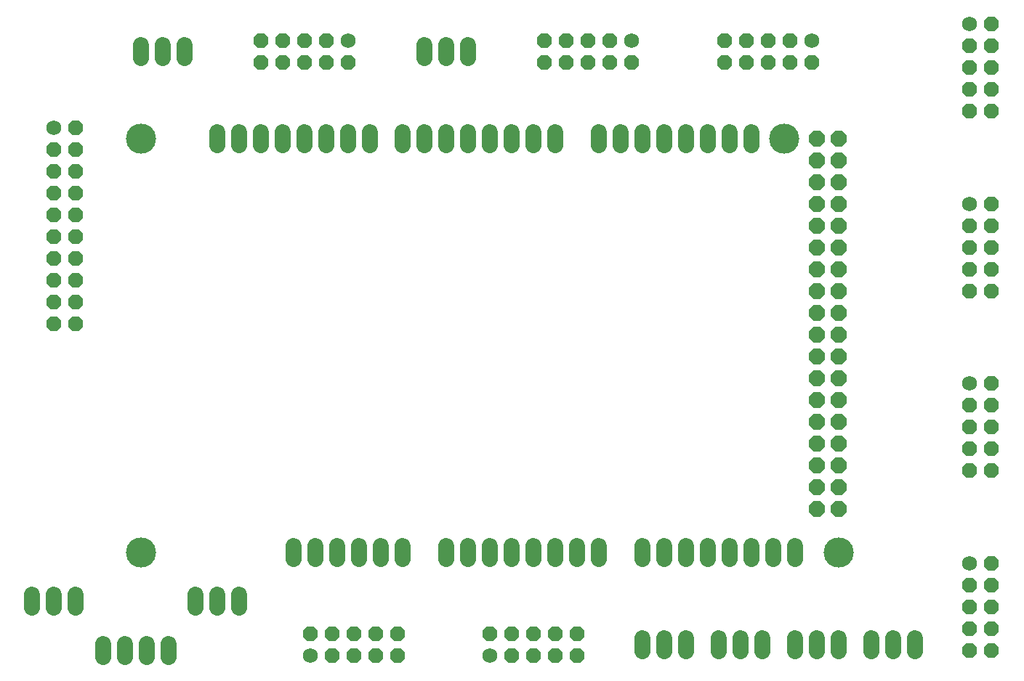
<source format=gbs>
G75*
G70*
%OFA0B0*%
%FSLAX24Y24*%
%IPPOS*%
%LPD*%
%AMOC8*
5,1,8,0,0,1.08239X$1,22.5*
%
%ADD10C,0.1380*%
%ADD11C,0.0720*%
%ADD12OC8,0.0720*%
%ADD13C,0.0680*%
%ADD14OC8,0.0680*%
D10*
X007284Y008038D03*
X007284Y027038D03*
X036784Y027038D03*
X039284Y008038D03*
D11*
X005534Y003838D02*
X005534Y003238D01*
X006534Y003238D02*
X006534Y003838D01*
X007534Y003838D02*
X007534Y003238D01*
X008534Y003238D02*
X008534Y003838D01*
X009784Y005488D02*
X009784Y006088D01*
X010784Y006088D02*
X010784Y005488D01*
X011784Y005488D02*
X011784Y006088D01*
X014284Y007738D02*
X014284Y008338D01*
X015284Y008338D02*
X015284Y007738D01*
X016284Y007738D02*
X016284Y008338D01*
X017284Y008338D02*
X017284Y007738D01*
X018284Y007738D02*
X018284Y008338D01*
X019284Y008338D02*
X019284Y007738D01*
X021284Y007738D02*
X021284Y008338D01*
X022284Y008338D02*
X022284Y007738D01*
X023284Y007738D02*
X023284Y008338D01*
X024284Y008338D02*
X024284Y007738D01*
X025284Y007738D02*
X025284Y008338D01*
X026284Y008338D02*
X026284Y007738D01*
X027284Y007738D02*
X027284Y008338D01*
X028284Y008338D02*
X028284Y007738D01*
X030284Y007738D02*
X030284Y008338D01*
X031284Y008338D02*
X031284Y007738D01*
X032284Y007738D02*
X032284Y008338D01*
X033284Y008338D02*
X033284Y007738D01*
X034284Y007738D02*
X034284Y008338D01*
X035284Y008338D02*
X035284Y007738D01*
X036284Y007738D02*
X036284Y008338D01*
X037284Y008338D02*
X037284Y007738D01*
X037284Y004088D02*
X037284Y003488D01*
X038284Y003488D02*
X038284Y004088D01*
X039284Y004088D02*
X039284Y003488D01*
X040784Y003488D02*
X040784Y004088D01*
X041784Y004088D02*
X041784Y003488D01*
X042784Y003488D02*
X042784Y004088D01*
X035784Y004088D02*
X035784Y003488D01*
X034784Y003488D02*
X034784Y004088D01*
X033784Y004088D02*
X033784Y003488D01*
X032284Y003488D02*
X032284Y004088D01*
X031284Y004088D02*
X031284Y003488D01*
X030284Y003488D02*
X030284Y004088D01*
X004284Y005488D02*
X004284Y006088D01*
X003284Y006088D02*
X003284Y005488D01*
X002284Y005488D02*
X002284Y006088D01*
X010784Y026738D02*
X010784Y027338D01*
X011784Y027338D02*
X011784Y026738D01*
X012784Y026738D02*
X012784Y027338D01*
X013784Y027338D02*
X013784Y026738D01*
X014784Y026738D02*
X014784Y027338D01*
X015784Y027338D02*
X015784Y026738D01*
X016784Y026738D02*
X016784Y027338D01*
X017784Y027338D02*
X017784Y026738D01*
X019284Y026738D02*
X019284Y027338D01*
X020284Y027338D02*
X020284Y026738D01*
X021284Y026738D02*
X021284Y027338D01*
X022284Y027338D02*
X022284Y026738D01*
X023284Y026738D02*
X023284Y027338D01*
X024284Y027338D02*
X024284Y026738D01*
X025284Y026738D02*
X025284Y027338D01*
X026284Y027338D02*
X026284Y026738D01*
X028284Y026738D02*
X028284Y027338D01*
X029284Y027338D02*
X029284Y026738D01*
X030284Y026738D02*
X030284Y027338D01*
X031284Y027338D02*
X031284Y026738D01*
X032284Y026738D02*
X032284Y027338D01*
X033284Y027338D02*
X033284Y026738D01*
X034284Y026738D02*
X034284Y027338D01*
X035284Y027338D02*
X035284Y026738D01*
X022284Y030738D02*
X022284Y031338D01*
X021284Y031338D02*
X021284Y030738D01*
X020284Y030738D02*
X020284Y031338D01*
X009284Y031338D02*
X009284Y030738D01*
X008284Y030738D02*
X008284Y031338D01*
X007284Y031338D02*
X007284Y030738D01*
D12*
X038284Y027038D03*
X039284Y027038D03*
X039284Y026038D03*
X038284Y026038D03*
X038284Y025038D03*
X038284Y024038D03*
X039284Y024038D03*
X039284Y025038D03*
X039284Y023038D03*
X038284Y023038D03*
X038284Y022038D03*
X039284Y022038D03*
X039284Y021038D03*
X038284Y021038D03*
X038284Y020038D03*
X039284Y020038D03*
X039284Y019038D03*
X038284Y019038D03*
X038284Y018038D03*
X039284Y018038D03*
X039284Y017038D03*
X038284Y017038D03*
X038284Y016038D03*
X039284Y016038D03*
X039284Y015038D03*
X038284Y015038D03*
X038284Y014038D03*
X039284Y014038D03*
X039284Y013038D03*
X038284Y013038D03*
X038284Y012038D03*
X039284Y012038D03*
X039284Y011038D03*
X038284Y011038D03*
X038284Y010038D03*
X039284Y010038D03*
D13*
X045284Y007538D03*
X045284Y015788D03*
X045284Y024038D03*
X038034Y031538D03*
X045284Y032288D03*
X029784Y031538D03*
X016784Y031538D03*
X003284Y027538D03*
X015034Y003288D03*
X023284Y003288D03*
D14*
X024284Y003288D03*
X025284Y003288D03*
X026284Y003288D03*
X027284Y003288D03*
X027284Y004288D03*
X026284Y004288D03*
X025284Y004288D03*
X024284Y004288D03*
X023284Y004288D03*
X019034Y004288D03*
X018034Y004288D03*
X017034Y004288D03*
X016034Y004288D03*
X015034Y004288D03*
X016034Y003288D03*
X017034Y003288D03*
X018034Y003288D03*
X019034Y003288D03*
X004284Y018538D03*
X003284Y018538D03*
X003284Y019538D03*
X003284Y020538D03*
X004284Y020538D03*
X004284Y019538D03*
X004284Y021538D03*
X003284Y021538D03*
X003284Y022538D03*
X004284Y022538D03*
X004284Y023538D03*
X003284Y023538D03*
X003284Y024538D03*
X004284Y024538D03*
X004284Y025538D03*
X003284Y025538D03*
X003284Y026538D03*
X004284Y026538D03*
X004284Y027538D03*
X012784Y030538D03*
X013784Y030538D03*
X014784Y030538D03*
X015784Y030538D03*
X016784Y030538D03*
X015784Y031538D03*
X014784Y031538D03*
X013784Y031538D03*
X012784Y031538D03*
X025784Y031538D03*
X026784Y031538D03*
X027784Y031538D03*
X028784Y031538D03*
X028784Y030538D03*
X027784Y030538D03*
X026784Y030538D03*
X025784Y030538D03*
X029784Y030538D03*
X034034Y030538D03*
X035034Y030538D03*
X036034Y030538D03*
X037034Y030538D03*
X038034Y030538D03*
X037034Y031538D03*
X036034Y031538D03*
X035034Y031538D03*
X034034Y031538D03*
X045284Y031288D03*
X046284Y031288D03*
X046284Y030288D03*
X045284Y030288D03*
X045284Y029288D03*
X046284Y029288D03*
X046284Y028288D03*
X045284Y028288D03*
X046284Y032288D03*
X046284Y024038D03*
X046284Y023038D03*
X045284Y023038D03*
X045284Y022038D03*
X046284Y022038D03*
X046284Y021038D03*
X045284Y021038D03*
X045284Y020038D03*
X046284Y020038D03*
X046284Y015788D03*
X046284Y014788D03*
X045284Y014788D03*
X045284Y013788D03*
X046284Y013788D03*
X046284Y012788D03*
X045284Y012788D03*
X045284Y011788D03*
X046284Y011788D03*
X046284Y007538D03*
X046284Y006538D03*
X045284Y006538D03*
X045284Y005538D03*
X045284Y004538D03*
X046284Y004538D03*
X046284Y005538D03*
X046284Y003538D03*
X045284Y003538D03*
M02*

</source>
